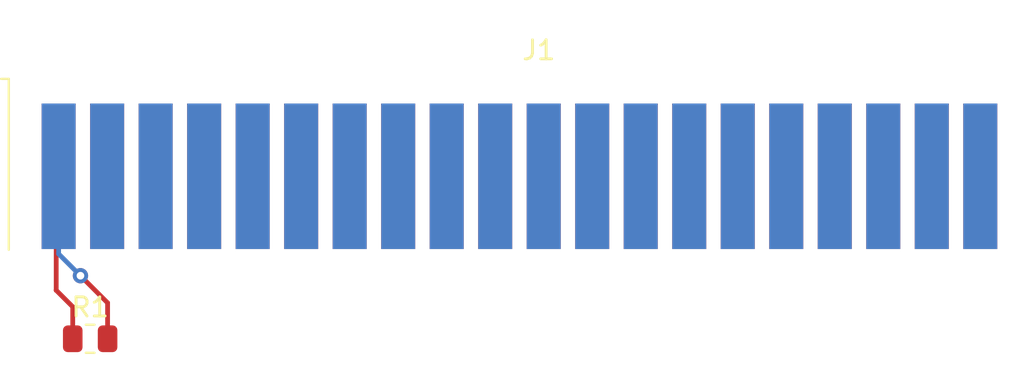
<source format=kicad_pcb>
(kicad_pcb (version 20171130) (host pcbnew 5.1.10)

  (general
    (thickness 1.6)
    (drawings 0)
    (tracks 11)
    (zones 0)
    (modules 2)
    (nets 41)
  )

  (page A4)
  (layers
    (0 F.Cu signal)
    (31 B.Cu signal)
    (32 B.Adhes user)
    (33 F.Adhes user)
    (34 B.Paste user)
    (35 F.Paste user)
    (36 B.SilkS user)
    (37 F.SilkS user)
    (38 B.Mask user)
    (39 F.Mask user)
    (40 Dwgs.User user)
    (41 Cmts.User user)
    (42 Eco1.User user)
    (43 Eco2.User user)
    (44 Edge.Cuts user)
    (45 Margin user)
    (46 B.CrtYd user)
    (47 F.CrtYd user)
    (48 B.Fab user)
    (49 F.Fab user)
  )

  (setup
    (last_trace_width 0.25)
    (trace_clearance 0.2)
    (zone_clearance 0.508)
    (zone_45_only no)
    (trace_min 0.2)
    (via_size 0.8)
    (via_drill 0.4)
    (via_min_size 0.4)
    (via_min_drill 0.3)
    (uvia_size 0.3)
    (uvia_drill 0.1)
    (uvias_allowed no)
    (uvia_min_size 0.2)
    (uvia_min_drill 0.1)
    (edge_width 0.05)
    (segment_width 0.2)
    (pcb_text_width 0.3)
    (pcb_text_size 1.5 1.5)
    (mod_edge_width 0.12)
    (mod_text_size 1 1)
    (mod_text_width 0.15)
    (pad_size 1.524 1.524)
    (pad_drill 0.762)
    (pad_to_mask_clearance 0)
    (aux_axis_origin 0 0)
    (visible_elements FFFFFF7F)
    (pcbplotparams
      (layerselection 0x010fc_ffffffff)
      (usegerberextensions false)
      (usegerberattributes true)
      (usegerberadvancedattributes true)
      (creategerberjobfile true)
      (excludeedgelayer true)
      (linewidth 0.100000)
      (plotframeref false)
      (viasonmask false)
      (mode 1)
      (useauxorigin false)
      (hpglpennumber 1)
      (hpglpenspeed 20)
      (hpglpendiameter 15.000000)
      (psnegative false)
      (psa4output false)
      (plotreference true)
      (plotvalue true)
      (plotinvisibletext false)
      (padsonsilk false)
      (subtractmaskfromsilk false)
      (outputformat 1)
      (mirror false)
      (drillshape 1)
      (scaleselection 1)
      (outputdirectory ""))
  )

  (net 0 "")
  (net 1 "Net-(J1-Pad3)")
  (net 2 "Net-(J1-Pad2)")
  (net 3 "Net-(J1-Pad4)")
  (net 4 "Net-(J1-Pad40)")
  (net 5 "Net-(J1-Pad39)")
  (net 6 "Net-(J1-Pad38)")
  (net 7 "Net-(J1-Pad37)")
  (net 8 "Net-(J1-Pad36)")
  (net 9 "Net-(J1-Pad35)")
  (net 10 "Net-(J1-Pad34)")
  (net 11 "Net-(J1-Pad33)")
  (net 12 "Net-(J1-Pad32)")
  (net 13 "Net-(J1-Pad31)")
  (net 14 "Net-(J1-Pad30)")
  (net 15 "Net-(J1-Pad29)")
  (net 16 "Net-(J1-Pad28)")
  (net 17 "Net-(J1-Pad27)")
  (net 18 "Net-(J1-Pad26)")
  (net 19 "Net-(J1-Pad25)")
  (net 20 "Net-(J1-Pad24)")
  (net 21 "Net-(J1-Pad23)")
  (net 22 "Net-(J1-Pad22)")
  (net 23 "Net-(J1-Pad20)")
  (net 24 "Net-(J1-Pad19)")
  (net 25 "Net-(J1-Pad18)")
  (net 26 "Net-(J1-Pad17)")
  (net 27 "Net-(J1-Pad16)")
  (net 28 "Net-(J1-Pad15)")
  (net 29 "Net-(J1-Pad14)")
  (net 30 "Net-(J1-Pad13)")
  (net 31 "Net-(J1-Pad12)")
  (net 32 "Net-(J1-Pad11)")
  (net 33 "Net-(J1-Pad10)")
  (net 34 "Net-(J1-Pad9)")
  (net 35 "Net-(J1-Pad8)")
  (net 36 "Net-(J1-Pad7)")
  (net 37 "Net-(J1-Pad6)")
  (net 38 "Net-(J1-Pad5)")
  (net 39 "Net-(J1-Pad21)")
  (net 40 "Net-(J1-Pad1)")

  (net_class Default "This is the default net class."
    (clearance 0.2)
    (trace_width 0.25)
    (via_dia 0.8)
    (via_drill 0.4)
    (uvia_dia 0.3)
    (uvia_drill 0.1)
    (add_net "Net-(J1-Pad1)")
    (add_net "Net-(J1-Pad10)")
    (add_net "Net-(J1-Pad11)")
    (add_net "Net-(J1-Pad12)")
    (add_net "Net-(J1-Pad13)")
    (add_net "Net-(J1-Pad14)")
    (add_net "Net-(J1-Pad15)")
    (add_net "Net-(J1-Pad16)")
    (add_net "Net-(J1-Pad17)")
    (add_net "Net-(J1-Pad18)")
    (add_net "Net-(J1-Pad19)")
    (add_net "Net-(J1-Pad2)")
    (add_net "Net-(J1-Pad20)")
    (add_net "Net-(J1-Pad21)")
    (add_net "Net-(J1-Pad22)")
    (add_net "Net-(J1-Pad23)")
    (add_net "Net-(J1-Pad24)")
    (add_net "Net-(J1-Pad25)")
    (add_net "Net-(J1-Pad26)")
    (add_net "Net-(J1-Pad27)")
    (add_net "Net-(J1-Pad28)")
    (add_net "Net-(J1-Pad29)")
    (add_net "Net-(J1-Pad3)")
    (add_net "Net-(J1-Pad30)")
    (add_net "Net-(J1-Pad31)")
    (add_net "Net-(J1-Pad32)")
    (add_net "Net-(J1-Pad33)")
    (add_net "Net-(J1-Pad34)")
    (add_net "Net-(J1-Pad35)")
    (add_net "Net-(J1-Pad36)")
    (add_net "Net-(J1-Pad37)")
    (add_net "Net-(J1-Pad38)")
    (add_net "Net-(J1-Pad39)")
    (add_net "Net-(J1-Pad4)")
    (add_net "Net-(J1-Pad40)")
    (add_net "Net-(J1-Pad5)")
    (add_net "Net-(J1-Pad6)")
    (add_net "Net-(J1-Pad7)")
    (add_net "Net-(J1-Pad8)")
    (add_net "Net-(J1-Pad9)")
  )

  (module Resistor_SMD:R_0805_2012Metric (layer F.Cu) (tedit 5F68FEEE) (tstamp 6132D538)
    (at 81.661 69.596)
    (descr "Resistor SMD 0805 (2012 Metric), square (rectangular) end terminal, IPC_7351 nominal, (Body size source: IPC-SM-782 page 72, https://www.pcb-3d.com/wordpress/wp-content/uploads/ipc-sm-782a_amendment_1_and_2.pdf), generated with kicad-footprint-generator")
    (tags resistor)
    (path /61324E70)
    (attr smd)
    (fp_text reference R1 (at 0 -1.65) (layer F.SilkS)
      (effects (font (size 1 1) (thickness 0.15)))
    )
    (fp_text value 100 (at 0 1.65) (layer F.Fab)
      (effects (font (size 1 1) (thickness 0.15)))
    )
    (fp_text user %R (at 0 0) (layer F.Fab)
      (effects (font (size 0.5 0.5) (thickness 0.08)))
    )
    (fp_line (start -1 0.625) (end -1 -0.625) (layer F.Fab) (width 0.1))
    (fp_line (start -1 -0.625) (end 1 -0.625) (layer F.Fab) (width 0.1))
    (fp_line (start 1 -0.625) (end 1 0.625) (layer F.Fab) (width 0.1))
    (fp_line (start 1 0.625) (end -1 0.625) (layer F.Fab) (width 0.1))
    (fp_line (start -0.227064 -0.735) (end 0.227064 -0.735) (layer F.SilkS) (width 0.12))
    (fp_line (start -0.227064 0.735) (end 0.227064 0.735) (layer F.SilkS) (width 0.12))
    (fp_line (start -1.68 0.95) (end -1.68 -0.95) (layer F.CrtYd) (width 0.05))
    (fp_line (start -1.68 -0.95) (end 1.68 -0.95) (layer F.CrtYd) (width 0.05))
    (fp_line (start 1.68 -0.95) (end 1.68 0.95) (layer F.CrtYd) (width 0.05))
    (fp_line (start 1.68 0.95) (end -1.68 0.95) (layer F.CrtYd) (width 0.05))
    (pad 2 smd roundrect (at 0.9125 0) (size 1.025 1.4) (layers F.Cu F.Paste F.Mask) (roundrect_rratio 0.243902)
      (net 40 "Net-(J1-Pad1)"))
    (pad 1 smd roundrect (at -0.9125 0) (size 1.025 1.4) (layers F.Cu F.Paste F.Mask) (roundrect_rratio 0.243902)
      (net 39 "Net-(J1-Pad21)"))
    (model ${KISYS3DMOD}/Resistor_SMD.3dshapes/R_0805_2012Metric.wrl
      (at (xyz 0 0 0))
      (scale (xyz 1 1 1))
      (rotate (xyz 0 0 0))
    )
  )

  (module Bus_Slot:BUS_2x20_2.54mm_Vertical_SMD (layer F.Cu) (tedit 6131D2C2) (tstamp 6132D339)
    (at 101.854 55.499)
    (descr "AT ISA 16 bits Bus Edge Connector")
    (tags "BUS ISA AT Edge connector")
    (path /61321925)
    (attr virtual)
    (fp_text reference J1 (at 3.302 -1.016) (layer F.SilkS)
      (effects (font (size 1 1) (thickness 0.15)))
    )
    (fp_text value Conn_02x20_Top_Bottom (at 12.7 -2.794) (layer F.Fab)
      (effects (font (size 1 1) (thickness 0.15)))
    )
    (fp_line (start 28.448 9.398) (end -17.018 9.398) (layer F.Fab) (width 0.12))
    (fp_line (start -17.018 0.508) (end 28.448 0.508) (layer F.Fab) (width 0.12))
    (fp_line (start 28.448 9.398) (end 28.448 0.508) (layer F.Fab) (width 0.1))
    (fp_line (start -16.764 9.652) (end 28.702 9.652) (layer F.CrtYd) (width 0.05))
    (fp_line (start -16.764 0.254) (end 28.702 0.254) (layer F.CrtYd) (width 0.05))
    (fp_line (start -24.454 9.438) (end -24.454 0.488) (layer F.SilkS) (width 0.12))
    (fp_line (start -24.454 0.488) (end -24.854 0.488) (layer F.SilkS) (width 0.12))
    (fp_line (start -24.384 9.398) (end -24.384 0.508) (layer F.Fab) (width 0.1))
    (fp_line (start -24.634 0.258) (end -24.634 9.648) (layer F.CrtYd) (width 0.05))
    (fp_line (start -24.634 9.648) (end -16.764 9.652) (layer F.CrtYd) (width 0.05))
    (fp_line (start 28.702 9.652) (end 28.702 0.254) (layer F.CrtYd) (width 0.05))
    (fp_line (start -16.764 0.254) (end -24.638 0.254) (layer F.CrtYd) (width 0.05))
    (fp_line (start -24.384 0.508) (end -17.018 0.508) (layer F.Fab) (width 0.12))
    (fp_line (start -17.018 9.398) (end -24.384 9.398) (layer F.Fab) (width 0.12))
    (pad 40 connect rect (at 26.416 5.588) (size 1.78 7.62) (layers F.Cu F.Mask)
      (net 4 "Net-(J1-Pad40)"))
    (pad 39 connect rect (at 23.876 5.588) (size 1.78 7.62) (layers F.Cu F.Mask)
      (net 5 "Net-(J1-Pad39)"))
    (pad 38 connect rect (at 21.336 5.588) (size 1.78 7.62) (layers F.Cu F.Mask)
      (net 6 "Net-(J1-Pad38)"))
    (pad 37 connect rect (at 18.796 5.588) (size 1.78 7.62) (layers F.Cu F.Mask)
      (net 7 "Net-(J1-Pad37)"))
    (pad 36 connect rect (at 16.256 5.588) (size 1.78 7.62) (layers F.Cu F.Mask)
      (net 8 "Net-(J1-Pad36)"))
    (pad 35 connect rect (at 13.716 5.588) (size 1.78 7.62) (layers F.Cu F.Mask)
      (net 9 "Net-(J1-Pad35)"))
    (pad 34 connect rect (at 11.176 5.588) (size 1.78 7.62) (layers F.Cu F.Mask)
      (net 10 "Net-(J1-Pad34)"))
    (pad 33 connect rect (at 8.636 5.588) (size 1.78 7.62) (layers F.Cu F.Mask)
      (net 11 "Net-(J1-Pad33)"))
    (pad 32 connect rect (at 6.096 5.588) (size 1.78 7.62) (layers F.Cu F.Mask)
      (net 12 "Net-(J1-Pad32)"))
    (pad 31 connect rect (at 3.556 5.588) (size 1.78 7.62) (layers F.Cu F.Mask)
      (net 13 "Net-(J1-Pad31)"))
    (pad 30 connect rect (at 1.016 5.588) (size 1.78 7.62) (layers F.Cu F.Mask)
      (net 14 "Net-(J1-Pad30)"))
    (pad 29 connect rect (at -1.524 5.588) (size 1.78 7.62) (layers F.Cu F.Mask)
      (net 15 "Net-(J1-Pad29)"))
    (pad 28 connect rect (at -4.064 5.588) (size 1.78 7.62) (layers F.Cu F.Mask)
      (net 16 "Net-(J1-Pad28)"))
    (pad 27 connect rect (at -6.604 5.588) (size 1.78 7.62) (layers F.Cu F.Mask)
      (net 17 "Net-(J1-Pad27)"))
    (pad 26 connect rect (at -9.144 5.588) (size 1.78 7.62) (layers F.Cu F.Mask)
      (net 18 "Net-(J1-Pad26)"))
    (pad 25 connect rect (at -11.684 5.588) (size 1.78 7.62) (layers F.Cu F.Mask)
      (net 19 "Net-(J1-Pad25)"))
    (pad 24 connect rect (at -14.224 5.588) (size 1.78 7.62) (layers F.Cu F.Mask)
      (net 20 "Net-(J1-Pad24)"))
    (pad 23 connect rect (at -16.764 5.588) (size 1.78 7.62) (layers F.Cu F.Mask)
      (net 21 "Net-(J1-Pad23)"))
    (pad 22 connect rect (at -19.304 5.588) (size 1.78 7.62) (layers F.Cu F.Mask)
      (net 22 "Net-(J1-Pad22)"))
    (pad 20 connect rect (at 26.416 5.588) (size 1.78 7.62) (layers B.Cu B.Mask)
      (net 23 "Net-(J1-Pad20)"))
    (pad 19 connect rect (at 23.876 5.588) (size 1.78 7.62) (layers B.Cu B.Mask)
      (net 24 "Net-(J1-Pad19)"))
    (pad 18 connect rect (at 21.336 5.588) (size 1.78 7.62) (layers B.Cu B.Mask)
      (net 25 "Net-(J1-Pad18)"))
    (pad 17 connect rect (at 18.796 5.588) (size 1.78 7.62) (layers B.Cu B.Mask)
      (net 26 "Net-(J1-Pad17)"))
    (pad 16 connect rect (at 16.256 5.588) (size 1.78 7.62) (layers B.Cu B.Mask)
      (net 27 "Net-(J1-Pad16)"))
    (pad 15 connect rect (at 13.716 5.588) (size 1.78 7.62) (layers B.Cu B.Mask)
      (net 28 "Net-(J1-Pad15)"))
    (pad 14 connect rect (at 11.176 5.588) (size 1.78 7.62) (layers B.Cu B.Mask)
      (net 29 "Net-(J1-Pad14)"))
    (pad 13 connect rect (at 8.636 5.588) (size 1.78 7.62) (layers B.Cu B.Mask)
      (net 30 "Net-(J1-Pad13)"))
    (pad 12 connect rect (at 6.096 5.588) (size 1.78 7.62) (layers B.Cu B.Mask)
      (net 31 "Net-(J1-Pad12)"))
    (pad 11 connect rect (at 3.556 5.588) (size 1.78 7.62) (layers B.Cu B.Mask)
      (net 32 "Net-(J1-Pad11)"))
    (pad 10 connect rect (at 1.016 5.588) (size 1.78 7.62) (layers B.Cu B.Mask)
      (net 33 "Net-(J1-Pad10)"))
    (pad 9 connect rect (at -1.524 5.588) (size 1.78 7.62) (layers B.Cu B.Mask)
      (net 34 "Net-(J1-Pad9)"))
    (pad 8 connect rect (at -4.064 5.588) (size 1.78 7.62) (layers B.Cu B.Mask)
      (net 35 "Net-(J1-Pad8)"))
    (pad 7 connect rect (at -6.604 5.588) (size 1.78 7.62) (layers B.Cu B.Mask)
      (net 36 "Net-(J1-Pad7)"))
    (pad 6 connect rect (at -9.144 5.588) (size 1.78 7.62) (layers B.Cu B.Mask)
      (net 37 "Net-(J1-Pad6)"))
    (pad 5 connect rect (at -11.684 5.588) (size 1.78 7.62) (layers B.Cu B.Mask)
      (net 38 "Net-(J1-Pad5)"))
    (pad 4 connect rect (at -14.224 5.588) (size 1.78 7.62) (layers B.Cu B.Mask)
      (net 3 "Net-(J1-Pad4)"))
    (pad 3 connect rect (at -16.764 5.588) (size 1.78 7.62) (layers B.Cu B.Mask)
      (net 1 "Net-(J1-Pad3)"))
    (pad 2 connect rect (at -19.304 5.588) (size 1.78 7.62) (layers B.Cu B.Mask)
      (net 2 "Net-(J1-Pad2)"))
    (pad 21 connect rect (at -21.844 5.588) (size 1.78 7.62) (layers F.Cu F.Mask)
      (net 39 "Net-(J1-Pad21)"))
    (pad 1 connect rect (at -21.844 5.588) (size 1.78 7.62) (layers B.Cu B.Mask)
      (net 40 "Net-(J1-Pad1)"))
  )

  (segment (start 80.7485 69.596) (end 80.7485 67.9215) (width 0.25) (layer F.Cu) (net 39))
  (segment (start 80.7485 67.9215) (end 79.883 67.056) (width 0.25) (layer F.Cu) (net 39))
  (segment (start 79.883 67.056) (end 79.883 67.056) (width 0.25) (layer F.Cu) (net 39) (tstamp 6132D54D))
  (segment (start 79.883 61.214) (end 80.01 61.087) (width 0.25) (layer F.Cu) (net 39))
  (segment (start 79.883 67.056) (end 79.883 61.214) (width 0.25) (layer F.Cu) (net 39))
  (segment (start 82.5735 69.596) (end 82.5735 67.7145) (width 0.25) (layer F.Cu) (net 40))
  (segment (start 82.5735 67.7145) (end 81.153 66.294) (width 0.25) (layer F.Cu) (net 40))
  (segment (start 81.153 66.294) (end 81.153 66.294) (width 0.25) (layer F.Cu) (net 40) (tstamp 6132D594))
  (via (at 81.153 66.294) (size 0.8) (drill 0.4) (layers F.Cu B.Cu) (net 40))
  (segment (start 80.01 65.151) (end 80.01 61.087) (width 0.25) (layer B.Cu) (net 40))
  (segment (start 81.153 66.294) (end 80.01 65.151) (width 0.25) (layer B.Cu) (net 40))

)

</source>
